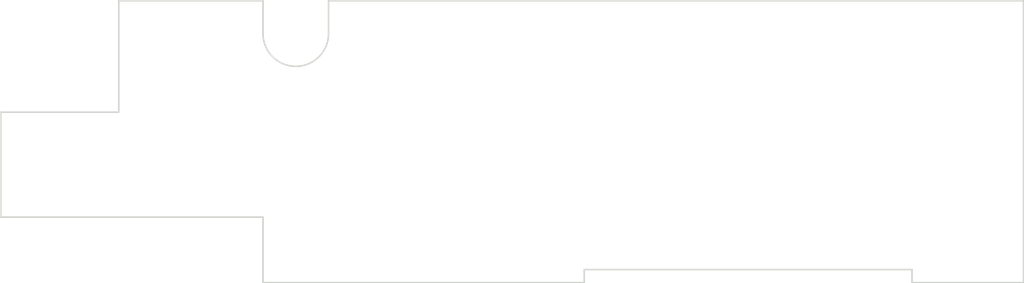
<source format=kicad_pcb>
(kicad_pcb (version 4) (host pcbnew "(2016-05-03 BZR 6266)-product")

  (general
    (links 0)
    (no_connects 0)
    (area 120.574999 86.919999 219.785001 114.375001)
    (thickness 1.6)
    (drawings 16)
    (tracks 0)
    (zones 0)
    (modules 0)
    (nets 1)
  )

  (page A4)
  (layers
    (0 F.Cu signal)
    (31 B.Cu signal)
    (32 B.Adhes user)
    (33 F.Adhes user)
    (34 B.Paste user)
    (35 F.Paste user)
    (36 B.SilkS user)
    (37 F.SilkS user)
    (38 B.Mask user)
    (39 F.Mask user)
    (40 Dwgs.User user)
    (41 Cmts.User user)
    (42 Eco1.User user)
    (43 Eco2.User user)
    (44 Edge.Cuts user)
    (45 Margin user)
    (46 B.CrtYd user)
    (47 F.CrtYd user)
    (48 B.Fab user)
    (49 F.Fab user)
  )

  (setup
    (last_trace_width 0.25)
    (trace_clearance 0.2)
    (zone_clearance 0.508)
    (zone_45_only no)
    (trace_min 0.2)
    (segment_width 0.2)
    (edge_width 0.15)
    (via_size 0.6)
    (via_drill 0.4)
    (via_min_size 0.4)
    (via_min_drill 0.3)
    (uvia_size 0.3)
    (uvia_drill 0.1)
    (uvias_allowed no)
    (uvia_min_size 0.2)
    (uvia_min_drill 0.1)
    (pcb_text_width 0.3)
    (pcb_text_size 1.5 1.5)
    (mod_edge_width 0.15)
    (mod_text_size 1 1)
    (mod_text_width 0.15)
    (pad_size 1.524 1.524)
    (pad_drill 0.762)
    (pad_to_mask_clearance 0.2)
    (aux_axis_origin 120.65 114.3)
    (grid_origin 120.65 114.3)
    (visible_elements FFFFFF7F)
    (pcbplotparams
      (layerselection 0x00030_80000001)
      (usegerberextensions false)
      (excludeedgelayer true)
      (linewidth 0.100000)
      (plotframeref false)
      (viasonmask false)
      (mode 1)
      (useauxorigin false)
      (hpglpennumber 1)
      (hpglpenspeed 20)
      (hpglpendiameter 15)
      (hpglpenoverlay 2)
      (psnegative false)
      (psa4output false)
      (plotreference true)
      (plotvalue true)
      (plotinvisibletext false)
      (padsonsilk false)
      (subtractmaskfromsilk false)
      (outputformat 1)
      (mirror false)
      (drillshape 1)
      (scaleselection 1)
      (outputdirectory ""))
  )

  (net 0 "")

  (net_class Default "This is the default net class."
    (clearance 0.2)
    (trace_width 0.25)
    (via_dia 0.6)
    (via_drill 0.4)
    (uvia_dia 0.3)
    (uvia_drill 0.1)
  )

  (gr_arc (start 149.225 90.17) (end 152.4 90.17) (angle 180) (layer Edge.Cuts) (width 0.15))
  (gr_line (start 152.4 86.995) (end 152.4 90.17) (layer Edge.Cuts) (width 0.15))
  (gr_line (start 146.05 86.995) (end 146.05 90.17) (layer Edge.Cuts) (width 0.15))
  (gr_line (start 152.4 86.995) (end 219.71 86.995) (layer Edge.Cuts) (width 0.15))
  (gr_line (start 132.08 86.995) (end 146.05 86.995) (layer Edge.Cuts) (width 0.15))
  (gr_line (start 132.08 97.79) (end 132.08 86.995) (layer Edge.Cuts) (width 0.15))
  (gr_line (start 120.65 97.79) (end 132.08 97.79) (layer Edge.Cuts) (width 0.15))
  (gr_line (start 120.65 107.95) (end 120.65 97.79) (layer Edge.Cuts) (width 0.15))
  (gr_line (start 219.71 114.3) (end 219.71 86.995) (layer Edge.Cuts) (width 0.15))
  (gr_line (start 208.915 114.3) (end 219.71 114.3) (layer Edge.Cuts) (width 0.15))
  (gr_line (start 208.915 113.03) (end 208.915 114.3) (layer Edge.Cuts) (width 0.15))
  (gr_line (start 177.165 113.03) (end 208.915 113.03) (layer Edge.Cuts) (width 0.15))
  (gr_line (start 177.165 114.3) (end 177.165 113.03) (layer Edge.Cuts) (width 0.15))
  (gr_line (start 146.05 114.3) (end 177.165 114.3) (layer Edge.Cuts) (width 0.15))
  (gr_line (start 146.05 107.95) (end 146.05 114.3) (layer Edge.Cuts) (width 0.15))
  (gr_line (start 120.65 107.95) (end 146.05 107.95) (layer Edge.Cuts) (width 0.15))

)

</source>
